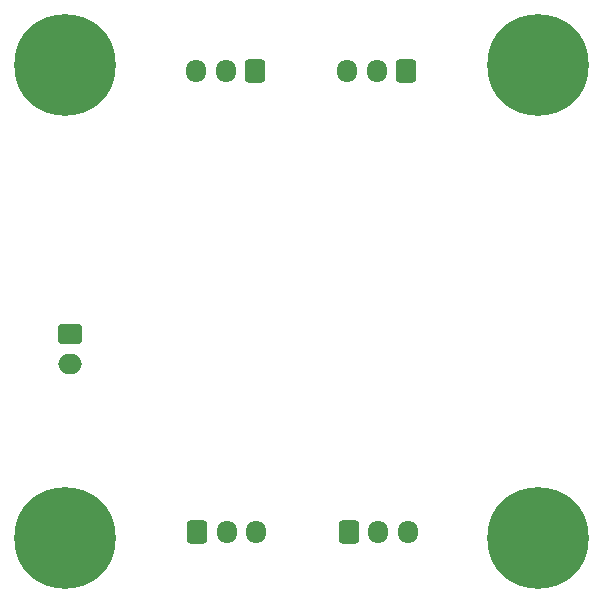
<source format=gbr>
%TF.GenerationSoftware,KiCad,Pcbnew,(6.0.7)*%
%TF.CreationDate,2023-02-10T17:06:25+01:00*%
%TF.ProjectId,STM32L0_ESP32_Breakout_Board,53544d33-324c-4305-9f45-535033325f42,rev?*%
%TF.SameCoordinates,Original*%
%TF.FileFunction,Soldermask,Bot*%
%TF.FilePolarity,Negative*%
%FSLAX46Y46*%
G04 Gerber Fmt 4.6, Leading zero omitted, Abs format (unit mm)*
G04 Created by KiCad (PCBNEW (6.0.7)) date 2023-02-10 17:06:25*
%MOMM*%
%LPD*%
G01*
G04 APERTURE LIST*
G04 Aperture macros list*
%AMRoundRect*
0 Rectangle with rounded corners*
0 $1 Rounding radius*
0 $2 $3 $4 $5 $6 $7 $8 $9 X,Y pos of 4 corners*
0 Add a 4 corners polygon primitive as box body*
4,1,4,$2,$3,$4,$5,$6,$7,$8,$9,$2,$3,0*
0 Add four circle primitives for the rounded corners*
1,1,$1+$1,$2,$3*
1,1,$1+$1,$4,$5*
1,1,$1+$1,$6,$7*
1,1,$1+$1,$8,$9*
0 Add four rect primitives between the rounded corners*
20,1,$1+$1,$2,$3,$4,$5,0*
20,1,$1+$1,$4,$5,$6,$7,0*
20,1,$1+$1,$6,$7,$8,$9,0*
20,1,$1+$1,$8,$9,$2,$3,0*%
G04 Aperture macros list end*
%ADD10C,0.900000*%
%ADD11C,8.600000*%
%ADD12RoundRect,0.250000X0.600000X0.725000X-0.600000X0.725000X-0.600000X-0.725000X0.600000X-0.725000X0*%
%ADD13O,1.700000X1.950000*%
%ADD14RoundRect,0.250000X-0.750000X0.600000X-0.750000X-0.600000X0.750000X-0.600000X0.750000X0.600000X0*%
%ADD15O,2.000000X1.700000*%
%ADD16RoundRect,0.250000X-0.600000X-0.725000X0.600000X-0.725000X0.600000X0.725000X-0.600000X0.725000X0*%
G04 APERTURE END LIST*
D10*
%TO.C,H4*%
X117280419Y-116719581D03*
X115000000Y-115775000D03*
X111775000Y-119000000D03*
X112719581Y-116719581D03*
X118225000Y-119000000D03*
X115000000Y-122225000D03*
X112719581Y-121280419D03*
X117280419Y-121280419D03*
D11*
X115000000Y-119000000D03*
%TD*%
D12*
%TO.C,J3*%
X131100000Y-79450000D03*
D13*
X128600000Y-79450000D03*
X126100000Y-79450000D03*
%TD*%
D12*
%TO.C,J4*%
X143900000Y-79450000D03*
D13*
X141400000Y-79450000D03*
X138900000Y-79450000D03*
%TD*%
D10*
%TO.C,H1*%
X118225000Y-79000000D03*
X117280419Y-76719581D03*
X115000000Y-82225000D03*
X112719581Y-81280419D03*
X115000000Y-75775000D03*
X117280419Y-81280419D03*
X112719581Y-76719581D03*
D11*
X115000000Y-79000000D03*
D10*
X111775000Y-79000000D03*
%TD*%
D11*
%TO.C,H3*%
X155000000Y-119000000D03*
D10*
X155000000Y-122225000D03*
X151775000Y-119000000D03*
X152719581Y-121280419D03*
X158225000Y-119000000D03*
X155000000Y-115775000D03*
X152719581Y-116719581D03*
X157280419Y-121280419D03*
X157280419Y-116719581D03*
%TD*%
%TO.C,H2*%
X152719581Y-81280419D03*
X157280419Y-76719581D03*
X158225000Y-79000000D03*
X157280419Y-81280419D03*
X152719581Y-76719581D03*
X151775000Y-79000000D03*
X155000000Y-82225000D03*
D11*
X155000000Y-79000000D03*
D10*
X155000000Y-75775000D03*
%TD*%
D14*
%TO.C,J1*%
X115450000Y-101750000D03*
D15*
X115450000Y-104250000D03*
%TD*%
D16*
%TO.C,J5*%
X139000000Y-118500000D03*
D13*
X141500000Y-118500000D03*
X144000000Y-118500000D03*
%TD*%
D16*
%TO.C,J2*%
X126200000Y-118500000D03*
D13*
X128700000Y-118500000D03*
X131200000Y-118500000D03*
%TD*%
M02*

</source>
